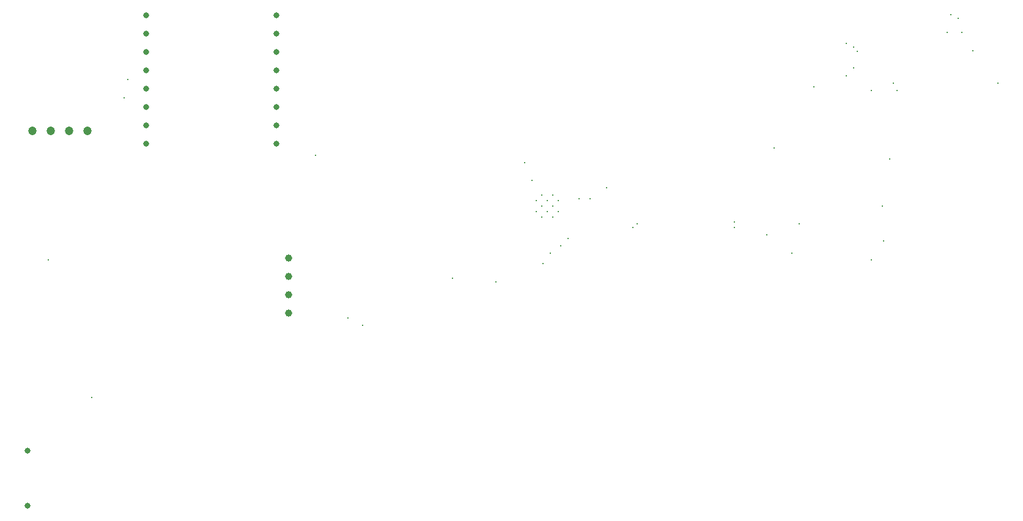
<source format=gbr>
%TF.GenerationSoftware,KiCad,Pcbnew,9.0.1*%
%TF.CreationDate,2025-10-26T11:51:38+05:30*%
%TF.ProjectId,SoundTab,536f756e-6454-4616-922e-6b696361645f,rev?*%
%TF.SameCoordinates,Original*%
%TF.FileFunction,Plated,1,2,PTH,Drill*%
%TF.FilePolarity,Positive*%
%FSLAX46Y46*%
G04 Gerber Fmt 4.6, Leading zero omitted, Abs format (unit mm)*
G04 Created by KiCad (PCBNEW 9.0.1) date 2025-10-26 11:51:38*
%MOMM*%
%LPD*%
G01*
G04 APERTURE LIST*
%TA.AperFunction,ComponentDrill*%
%ADD10C,0.200000*%
%TD*%
%TA.AperFunction,ViaDrill*%
%ADD11C,0.300000*%
%TD*%
%TA.AperFunction,ComponentDrill*%
%ADD12C,0.800000*%
%TD*%
%TA.AperFunction,ComponentDrill*%
%ADD13C,1.000000*%
%TD*%
%TA.AperFunction,ComponentDrill*%
%ADD14C,1.200000*%
%TD*%
G04 APERTURE END LIST*
D10*
%TO.C,U2*%
X147602500Y-89262500D03*
X147602500Y-90787500D03*
X148365000Y-88500000D03*
X148365000Y-90025000D03*
X148365000Y-91550000D03*
X149127500Y-89262500D03*
X149127500Y-90787500D03*
X149890000Y-88500000D03*
X149890000Y-90025000D03*
X149890000Y-91550000D03*
X150652500Y-89262500D03*
X150652500Y-90787500D03*
%TD*%
D11*
X80000000Y-97500000D03*
X86000000Y-116500000D03*
X90500000Y-75000000D03*
X91000000Y-72500000D03*
X117000000Y-83000000D03*
X121500000Y-105500000D03*
X123500000Y-106500000D03*
X136000000Y-100000000D03*
X142000000Y-100500000D03*
X146000000Y-84000000D03*
X147000000Y-86500000D03*
X148500000Y-98000000D03*
X149500000Y-96500000D03*
X151000000Y-95500000D03*
X152000000Y-94500000D03*
X153500000Y-89000000D03*
X155000000Y-89000000D03*
X157307498Y-87500000D03*
X161000000Y-93000000D03*
X161565687Y-92434313D03*
X175000000Y-92199997D03*
X175000000Y-93000000D03*
X179500000Y-94000000D03*
X180500000Y-82000000D03*
X183000000Y-96500000D03*
X184000000Y-92500000D03*
X186000000Y-73500000D03*
X190500000Y-67500000D03*
X190500000Y-72000000D03*
X191500000Y-68000000D03*
X191500000Y-70900000D03*
X192065687Y-68565687D03*
X194000000Y-74000000D03*
X194000000Y-97500000D03*
X195500000Y-90000000D03*
X195653500Y-94824000D03*
X196500000Y-83500000D03*
X197002500Y-73000000D03*
X197500000Y-74000000D03*
X204500000Y-66000000D03*
X205000000Y-63500000D03*
X206000000Y-64000000D03*
X206500000Y-66000000D03*
X208000000Y-68500000D03*
X211500000Y-73000000D03*
D12*
%TO.C,U3*%
X77102500Y-123880000D03*
X77102500Y-131500000D03*
%TO.C,U1*%
X93585500Y-63610000D03*
X93585500Y-66150000D03*
X93585500Y-68690000D03*
X93585500Y-71230000D03*
X93585500Y-73770000D03*
X93585500Y-76310000D03*
X93585500Y-78850000D03*
X93585500Y-81390000D03*
X111619500Y-63610000D03*
X111619500Y-66150000D03*
X111619500Y-68690000D03*
X111619500Y-71230000D03*
X111619500Y-73770000D03*
X111619500Y-76310000D03*
X111619500Y-78850000D03*
X111619500Y-81390000D03*
D13*
%TO.C,U8*%
X113320000Y-97190000D03*
X113320000Y-99730000D03*
X113320000Y-102270000D03*
X113320000Y-104810000D03*
D14*
%TO.C,U4*%
X77792500Y-79620000D03*
X80332500Y-79620000D03*
X82872500Y-79620000D03*
X85412500Y-79620000D03*
M02*

</source>
